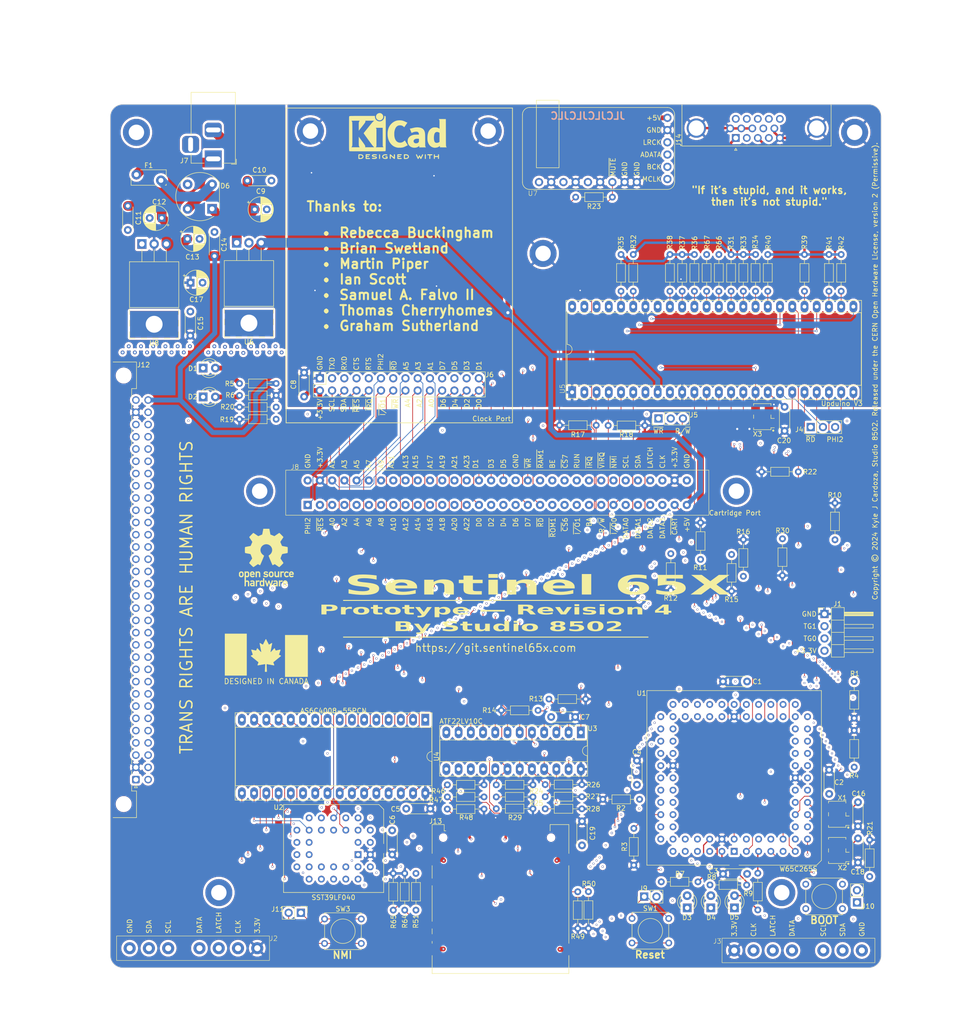
<source format=kicad_pcb>
(kicad_pcb
	(version 20240108)
	(generator "pcbnew")
	(generator_version "8.0")
	(general
		(thickness 1.6)
		(legacy_teardrops no)
	)
	(paper "A3")
	(layers
		(0 "F.Cu" signal "F.Cu (SMD)")
		(1 "In1.Cu" power "In1.Cu (GND)")
		(2 "In2.Cu" signal "In2.Cu (N-S)")
		(31 "B.Cu" signal "B.Cu (MISC)")
		(32 "B.Adhes" user "B.Adhesive")
		(33 "F.Adhes" user "F.Adhesive")
		(34 "B.Paste" user)
		(35 "F.Paste" user)
		(36 "B.SilkS" user "B.Silkscreen")
		(37 "F.SilkS" user "F.Silkscreen")
		(38 "B.Mask" user)
		(39 "F.Mask" user)
		(40 "Dwgs.User" user "User.Drawings")
		(41 "Cmts.User" user "User.Comments")
		(42 "Eco1.User" user "User.Eco1")
		(43 "Eco2.User" user "User.Eco2")
		(44 "Edge.Cuts" user)
		(45 "Margin" user)
		(46 "B.CrtYd" user "B.Courtyard")
		(47 "F.CrtYd" user "F.Courtyard")
		(48 "B.Fab" user)
		(49 "F.Fab" user)
		(50 "User.1" user)
		(51 "User.2" user)
		(52 "User.3" user)
		(53 "User.4" user)
		(54 "User.5" user)
		(55 "User.6" user)
		(56 "User.7" user)
		(57 "User.8" user)
		(58 "User.9" user)
	)
	(setup
		(stackup
			(layer "F.SilkS"
				(type "Top Silk Screen")
				(color "White")
			)
			(layer "F.Paste"
				(type "Top Solder Paste")
			)
			(layer "F.Mask"
				(type "Top Solder Mask")
				(color "Green")
				(thickness 0.01)
			)
			(layer "F.Cu"
				(type "copper")
				(thickness 0.035)
			)
			(layer "dielectric 1"
				(type "prepreg")
				(thickness 0.1)
				(material "FR4")
				(epsilon_r 4.5)
				(loss_tangent 0.02)
			)
			(layer "In1.Cu"
				(type "copper")
				(thickness 0.035)
			)
			(layer "dielectric 2"
				(type "core")
				(thickness 1.24)
				(material "FR4")
				(epsilon_r 4.5)
				(loss_tangent 0.02)
			)
			(layer "In2.Cu"
				(type "copper")
				(thickness 0.035)
			)
			(layer "dielectric 3"
				(type "prepreg")
				(thickness 0.1)
				(material "FR4")
				(epsilon_r 4.5)
				(loss_tangent 0.02)
			)
			(layer "B.Cu"
				(type "copper")
				(thickness 0.035)
			)
			(layer "B.Mask"
				(type "Bottom Solder Mask")
				(color "Green")
				(thickness 0.01)
			)
			(layer "B.Paste"
				(type "Bottom Solder Paste")
			)
			(layer "B.SilkS"
				(type "Bottom Silk Screen")
				(color "White")
			)
			(copper_finish "None")
			(dielectric_constraints no)
		)
		(pad_to_mask_clearance 0)
		(allow_soldermask_bridges_in_footprints no)
		(grid_origin 123.070534 52.442679)
		(pcbplotparams
			(layerselection 0x00010fc_ffffffff)
			(plot_on_all_layers_selection 0x0000000_00000000)
			(disableapertmacros no)
			(usegerberextensions no)
			(usegerberattributes yes)
			(usegerberadvancedattributes yes)
			(creategerberjobfile yes)
			(dashed_line_dash_ratio 12.000000)
			(dashed_line_gap_ratio 3.000000)
			(svgprecision 4)
			(plotframeref no)
			(viasonmask no)
			(mode 1)
			(useauxorigin no)
			(hpglpennumber 1)
			(hpglpenspeed 20)
			(hpglpendiameter 15.000000)
			(pdf_front_fp_property_popups yes)
			(pdf_back_fp_property_popups yes)
			(dxfpolygonmode yes)
			(dxfimperialunits yes)
			(dxfusepcbnewfont yes)
			(psnegative no)
			(psa4output no)
			(plotreference yes)
			(plotvalue yes)
			(plotfptext yes)
			(plotinvisibletext no)
			(sketchpadsonfab no)
			(subtractmaskfromsilk no)
			(outputformat 1)
			(mirror no)
			(drillshape 0)
			(scaleselection 1)
			(outputdirectory "production/")
		)
	)
	(net 0 "")
	(net 1 "GND")
	(net 2 "+3.3V")
	(net 3 "/A1")
	(net 4 "/A3")
	(net 5 "/A5")
	(net 6 "/A7")
	(net 7 "/A9")
	(net 8 "/A11")
	(net 9 "/A13")
	(net 10 "/A15")
	(net 11 "/A17")
	(net 12 "/A19")
	(net 13 "/A21")
	(net 14 "/A23")
	(net 15 "/D1")
	(net 16 "/D3")
	(net 17 "/D5")
	(net 18 "/~{WR}")
	(net 19 "/BE")
	(net 20 "/RUN")
	(net 21 "/~{IRQ}")
	(net 22 "/~{VIRQ}")
	(net 23 "/~{NMI}")
	(net 24 "/I2C_SCL")
	(net 25 "/I2C_SDA")
	(net 26 "/SNES_LATCH")
	(net 27 "/SNES_CLK")
	(net 28 "/PHI2")
	(net 29 "/~{RES}")
	(net 30 "/A0")
	(net 31 "/A2")
	(net 32 "/A4")
	(net 33 "/A6")
	(net 34 "/A8")
	(net 35 "/A10")
	(net 36 "/A12")
	(net 37 "/A14")
	(net 38 "/A16")
	(net 39 "/A18")
	(net 40 "/A20")
	(net 41 "/A22")
	(net 42 "/D0")
	(net 43 "/D2")
	(net 44 "/D4")
	(net 45 "/D6")
	(net 46 "/D7")
	(net 47 "/~{RD}")
	(net 48 "/~{CS}6")
	(net 49 "/~{I{slash}O}1")
	(net 50 "/BA")
	(net 51 "/R{slash}~{W}")
	(net 52 "/~{I{slash}O}0")
	(net 53 "/SNES_DATA0")
	(net 54 "/SNES_DATA1")
	(net 55 "/SNES_DATA2")
	(net 56 "/SNES_DATA3")
	(net 57 "/MOSI")
	(net 58 "/RTS")
	(net 59 "/CTS")
	(net 60 "/BL1")
	(net 61 "/~{BOOT_SEL}")
	(net 62 "/RXD")
	(net 63 "/TXD")
	(net 64 "/FCLK")
	(net 65 "/CLK")
	(net 66 "/SCK")
	(net 67 "/~{CS}4")
	(net 68 "/~{CS}5")
	(net 69 "/~{CS}7")
	(net 70 "/~{FPGA_RESET}")
	(net 71 "/CDONE")
	(net 72 "/MISO")
	(net 73 "/~{SD_SS}")
	(net 74 "/~{ROM}0")
	(net 75 "/~{RAM}0")
	(net 76 "Net-(D1-A)")
	(net 77 "Net-(D3-A)")
	(net 78 "/~{RAM}1")
	(net 79 "/~{ROM}1")
	(net 80 "/VERA_18")
	(net 81 "+5V")
	(net 82 "/SYSCLK")
	(net 83 "/R0")
	(net 84 "/R2")
	(net 85 "/R1")
	(net 86 "/G0")
	(net 87 "/R3")
	(net 88 "/G2")
	(net 89 "/G1")
	(net 90 "/B0")
	(net 91 "/G3")
	(net 92 "/B2")
	(net 93 "/B1")
	(net 94 "/HSYNC")
	(net 95 "/B3")
	(net 96 "/VSYNC")
	(net 97 "/BCK")
	(net 98 "/ADATA")
	(net 99 "/LRCK")
	(net 100 "/BLUE")
	(net 101 "/GREEN")
	(net 102 "/RED")
	(net 103 "Net-(D2-A)")
	(net 104 "Net-(D4-A)")
	(net 105 "Net-(D5-A)")
	(net 106 "/BL2")
	(net 107 "/BL3")
	(net 108 "/VERA_7")
	(net 109 "Net-(D6-+)")
	(net 110 "unconnected-(J7-MountPin-Pad3)")
	(net 111 "unconnected-(J12-Pin_b31-Padb31)")
	(net 112 "Net-(J13-DAT1)")
	(net 113 "Net-(J13-DAT2)")
	(net 114 "unconnected-(J14-Pad11)")
	(net 115 "unconnected-(J14-Pad4)")
	(net 116 "unconnected-(J14-Pad15)")
	(net 117 "unconnected-(J14-Pad9)")
	(net 118 "unconnected-(U1A-~{FCLKO}-Pad15)")
	(net 119 "unconnected-(U1A-RUN-Pad14)")
	(net 120 "unconnected-(U1A-BA-Pad21)")
	(net 121 "unconnected-(U1A-~{CLKO}-Pad19)")
	(net 122 "unconnected-(U5-+3.3V-Pad9)")
	(net 123 "unconnected-(U5-FLASH_MISO-Pad45)")
	(net 124 "unconnected-(U5-CLK_12M_EXT-Pad41)")
	(net 125 "unconnected-(U5-FT_SCK-Pad47)")
	(net 126 "unconnected-(U5-~{FT_SS}-Pad48)")
	(net 127 "unconnected-(U5-FLASH_MOSI-Pad46)")
	(net 128 "unconnected-(U5-VIO-Pad2)")
	(net 129 "unconnected-(J14-Pad12)")
	(net 130 "unconnected-(U3-IN-Pad13)")
	(net 131 "unconnected-(U3-I{slash}O-Pad16)")
	(net 132 "unconnected-(U3-I{slash}O-Pad15)")
	(net 133 "unconnected-(U3-I{slash}O-Pad17)")
	(net 134 "unconnected-(U3-I{slash}O-Pad14)")
	(net 135 "unconnected-(U7-A3V3-Pad11)")
	(net 136 "unconnected-(U7-ROUT-Pad9)")
	(net 137 "/~{CART}")
	(net 138 "/~{SD_WP}")
	(net 139 "/~{SD_CD}")
	(net 140 "unconnected-(U7-LOUT-Pad7)")
	(net 141 "/~{MUTE}")
	(net 142 "/TG0")
	(net 143 "/TG1")
	(net 144 "Net-(D6-Pad4)")
	(net 145 "Net-(D6-Pad2)")
	(net 146 "Net-(F1-Pad1)")
	(net 147 "Net-(J14-Pad13)")
	(net 148 "Net-(J14-Pad14)")
	(footprint "Resistor_THT:R_Axial_DIN0204_L3.6mm_D1.6mm_P7.62mm_Horizontal" (layer "F.Cu") (at 218.023531 149.586827 90))
	(footprint "Resistor_THT:R_Axial_DIN0204_L3.6mm_D1.6mm_P7.62mm_Horizontal" (layer "F.Cu") (at 156.55 197.875))
	(footprint "Capacitor_THT:C_Disc_D4.3mm_W1.9mm_P5.00mm" (layer "F.Cu") (at 195.918531 187.826827 -90))
	(footprint "Resistor_THT:R_Axial_DIN0204_L3.6mm_D1.6mm_P7.62mm_Horizontal" (layer "F.Cu") (at 207.855852 82.822679 -90))
	(footprint "Resistor_THT:R_Axial_DIN0204_L3.6mm_D1.6mm_P7.62mm_Horizontal" (layer "F.Cu") (at 202.775852 82.822679 -90))
	(footprint "Capacitor_THT:C_Disc_D4.3mm_W1.9mm_P5.00mm" (layer "F.Cu") (at 241.828173 208.96 90))
	(footprint "Resistor_THT:R_Axial_DIN0204_L3.6mm_D1.6mm_P7.62mm_Horizontal" (layer "F.Cu") (at 229.434306 127.897878 180))
	(footprint "Resistor_THT:R_Axial_DIN0204_L3.6mm_D1.6mm_P7.62mm_Horizontal" (layer "F.Cu") (at 188.846198 195.85349))
	(footprint "Symbol:OSHW-Logo_11.4x12mm_SilkScreen" (layer "F.Cu") (at 118.942135 145.687679))
	(footprint "Resistor_THT:R_Axial_DIN0204_L3.6mm_D1.6mm_P7.62mm_Horizontal" (layer "F.Cu") (at 210.395852 82.822679 -90))
	(footprint "Capacitor_THT:C_Disc_D4.3mm_W1.9mm_P5.00mm" (layer "F.Cu") (at 184.518267 200.4066 -90))
	(footprint "Resistor_THT:R_Axial_DIN0204_L3.6mm_D1.6mm_P7.62mm_Horizontal" (layer "F.Cu") (at 175.381704 177.395358 180))
	(footprint "Connector:SNES Controller Port (Female, 90º, THT)" (layer "F.Cu") (at 101.832102 226.745 180))
	(footprint "Capacitor_THT:C_Disc_D4.3mm_W1.9mm_P5.00mm" (layer "F.Cu") (at 90.193531 72.741827 -90))
	(footprint "Connector_PinHeader_2.54mm:PinHeader_1x04_P2.54mm_Horizontal" (layer "F.Cu") (at 234.87 157.4))
	(footprint "Capacitor_THT:C_Disc_D4.3mm_W1.9mm_P5.00mm" (layer "F.Cu") (at 226.588173 119.423531 90))
	(footprint "Connector_Card:SD_Hirose_DM1AA_SF_PEJ82" (layer "F.Cu") (at 167.589126 216.546139))
	(footprint "Connector_BarrelJack:BarrelJack_Horizontal" (layer "F.Cu") (at 107.928531 62.981827 -90))
	(footprint "MountingHole:MountingHole_3.2mm_M3_DIN965_Pad" (layer "F.Cu") (at 128.117172 57.207679))
	(footprint "Resistor_THT:R_Axial_DIN0204_L3.6mm_D1.6mm_P7.62mm_Horizontal" (layer "F.Cu") (at 166.71 195.36))
	(footprint "Capacitor_THT:C_Disc_D4.3mm_W1.9mm_P5.00mm" (layer "F.Cu") (at 241.828173 201.453531 90))
	(footprint "Capacitor_THT:C_Disc_D4.3mm_W1.9mm_P5.00mm" (layer "F.Cu") (at 103.177518 99.659624 90))
	(footprint "Connector_PinHeader_2.54mm:PinHeader_1x02_P2.54mm_Vertical" (layer "F.Cu") (at 241.623621 217.254071 180))
	(footprint "Oscillator:Oscillator_SMD_EuroQuartz_XO53-4Pin_5.0x3.2mm_HandSoldering" (layer "F.Cu") (at 221.955852 116.463392 90))
	(footprint "Connector_DIN:DIN41612_Q_2x32_Female_Horizontal_THT"
		(layer "F.Cu")
		(uuid "4796905e-545d-47e7-ab3c-4a0391ef238b")
		(at 91.870035 191.757726 90)
		(descr "DIN41612 connector, type Q, Horizontal, 2 rows 32 pins wide, https://www.erni-x-press.com/de/downloads/kataloge/englische_kataloge/erni-din41612-iec60603-2-e.pdf")
		(tags "DIN 41612 IEC 60603 Q")
		(property "Reference" "J12"
			(at 86.035275 1.575998 180)
			(layer "F.SilkS")
			(uuid "3147520f-efe1-47e3-83c3-f1cbfa6f40da")
			(effects
				(font
					(size 1 1)
					(thickness 0.15)
				)
			)
		)
		(property "Value" "2x32 2.54mm Card Edge Connector"
			(at 39.37 5.08 90)
			(layer "F.Fab")
			(uuid "460ab21f-55ac-4006-88f6-2a4fcd5f48d4")
			(effects
				(font
					(size 1 1)
					(thickness 0.15)
				)
			)
		)
		(property "Footprint" "Connector_DIN:DIN41612_Q_2x32_Female_Horizontal_THT"
			(at 0 0 90)
			(unlocked yes)
			(layer "F.Fab")
			(hide yes)
			(uuid "68b91694-c84d-416f-8be9-4d102803f0a5")
			(effects
				(font
					(size 1.27 1.27)
				)
			)
		)
		(property "Datasheet" ""
			(at 0 0 90)
			(unlocked yes)
			(layer "F.Fab")
			(hide yes)
			(uuid "a5472bb5-8749-4a9c-a9fc-6ef21a2866c8")
			(effects
				(font
					(size 1.27 1.27)
				)
			)
		)
		(property "Description" ""
			(at 0 0 90)
			(unlocked yes)
			(layer "F.Fab")
			(hide yes)
			(uuid "b8541c19-48a0-4b35-ab92-b95b147f1475")
			(effects
				(font
					(size 1.27 1.27)
				)
			)
		)
		(property ki_fp_filters "Connector*:*_2x??_*")
		(path "/4681393f-742b-42eb-929f-821923816de7")
		(sheetname "Root")
		(sheetfile "Prototype 4 (PTH).kicad_sch")
		(attr through_hole exclude_from_bom)
		(fp_line
			(start 86.63 -4.74)
			(end 86.63 0.12)
			(stroke
				(width 0.12)
				(type solid)
			)
			(layer "F.SilkS")
			(uuid "e37bfdbe-aa4e-4e7a-b38c-4084bd7aa22b")
		)
		(fp_line
			(start -7.89 -4.74)
			(end -7.89 0.12)
			(stroke
				(width 0.12)
				(type solid)
			)
			(layer "F.SilkS")
			(uuid "9a11338f-9221-4ff0-b08b-cb3fdd09c15c")
		)
		(fp_line
			(start 79.48 -0.88)
			(end 81.11 -0.88)
			(stroke
				(width 0.12)
				(type solid)
			)
			(layer "F.SilkS")
			(uuid "a8f5956e-cb54-4e72-be0c-1173d4e57dd0")
		)
		(fp_line
			(start 76.94 -0.88)
			(end 78.001 -0.88)
			(stroke
				(width 0.12)
				(type solid)
			)
			(layer "F.SilkS")
			(uuid "c7d771dc-4f4a-43af-bb90-a41b477b51b5")
		)
		(fp_line
			(start 74.4 -0.88)
			(end 75.461 -0.88)
			(stroke
				(width 0.12)
				(type solid)
			)
			(layer "F.SilkS")
			(uuid "b93afc94-c560-4a43-8f70-1f2b7ebeca0b")
		)
		(fp_line
			(start 71.86 -0.88)
			(end 72.921 -0.88)
			(stroke
				(width 0.12)
				(type solid)
			)
			(layer "F.SilkS")
			(uuid "b82bd271-e7ec-4b75-9c96-486950168262")
		)
		(fp_line
			(start 69.32 -0.88)
			(end 70.381 -0.88)
			(stroke
				(width 0.12)
				(type solid)
			)
			(layer "F.SilkS")
			(uuid "1e7bd1cd-7cc4-47bb-8f68-12c1e7e5d43f")
		)
		(fp_line
			(start 66.78 -0.88)
			(end 67.841 -0.88)
			(stroke
				(width 0.12)
				(type solid)
			)
			(layer "F.SilkS")
			(uuid "5991fe22-b272-4730-8e8b-f9c13b45f09d")
		)
		(fp_line
			(start 64.24 -0.88)
			(end 65.301 -0.88)
			(stroke
				(width 0.12)
				(type solid)
			)
			(layer "F.SilkS")
			(uuid "eaa8f3fc-efe6-408a-ba21-62fe624f950c")
		)
		(fp_line
			(start 61.7 -0.88)
			(end 62.761 -0.88)
			(stroke
				(width 0.12)
				(type solid)
			)
			(layer "F.SilkS")
			(uuid "bd3e0d16-6c41-4ef7-9098-e736cd66e7cb")
		)
		(fp_line
			(start 59.16 -0.88)
			(end 60.221 -0.88)
			(stroke
				(width 0.12)
				(type solid)
			)
			(layer "F.SilkS")
			(uuid "b6b58201-5667-496b-97e8-207e01d90c32")
		)
		(fp_line
			(start 56.62 -0.88)
			(end 57.681 -0.88)
			(stroke
				(width 0.12)
				(type solid)
			)
			(layer "F.SilkS")
			(uuid "63fc2212-d4cb-455a-9a45-f0534e22a748")
		)
		(fp_line
			(start 54.08 -0.88)
			(end 55.141 -0.88)
			(stroke
				(width 0.12)
				(type solid)
			)
			(layer "F.SilkS")
			(uuid "4f470925-3942-4bcf-8b70-918205bb2657")
		)
		(fp_line
			(start 51.54 -0.88)
			(end 52.601 -0.88)
			(stroke
				(width 0.12)
				(type solid)
			)
			(layer "F.SilkS")
			(uuid "428a7cb4-cf53-4442-90e7-3eb48fe2ada7")
		)
		(fp_line
			(start 49 -0.88)
			(end 50.061 -0.88)
			(stroke
				(width 0.12)
				(type solid)
			)
			(layer "F.SilkS")
			(uuid "ca9bab21-2283-439c-81d9-abb80a57487e")
		)
		(fp_line
			(start 46.46 -0.88)
			(end 47.521 -0.88)
			(stroke
				(width 0.12)
				(type solid)
			)
			(layer "F.SilkS")
			(uuid "f4747bc9-766c-42ac-a57a-840c33a83526")
		)
		(fp_line
			(start 43.92 -0.88)
			(end 44.981 -0.88)
			(stroke
				(width 0.12)
				(type solid)
			)
			(layer "F.SilkS")
			(uuid "153079a4-7c0e-472a-bdb4-f246130071ff")
		)
		(fp_line
			(start 41.38 -0.88)
			(end 42.441 -0.88)
			(stroke
				(width 0.12)
				(type solid)
			)
			(layer "F.SilkS")
			(uuid "13043880-ab7a-4f11-aee2-5fe5129379b6")
		)
		(fp_line
			(start 38.84 -0.88)
			(end 39.901 -0.88)
			(stroke
				(width 0.12)
				(type solid)
			)
			(layer "F.SilkS")
			(uuid "59e1ae9e-9138-4ef4-a94f-23211b0b6c04")
		)
		(fp_line
			(start 36.3 -0.88)
			(end 37.361 -0.88)
			(stroke
				(width 0.12)
				(type solid)
			)
			(layer "F.SilkS")
			(uuid "6d7808c5-092d-4537-8129-ff5e054b5e1b")
		)
		(fp_line
			(start 33.76 -0.88)
			(end 34.821 -0.88)
			(stroke
				(width 0.12)
				(type solid)
			)
			(layer "F.SilkS")
			(uuid "165ead0c-e983-4065-8275-b820538d1d0e")
		)
		(fp_line
			(start 31.22 -0.88)
			(end 32.281 -0.88)
			(stroke
				(width 0.12)
				(type solid)
			)
			(layer "F.SilkS")
			(uuid "21c0ecf0-3cef-4285-afdb-bfe875b62ca2")
		)
		(fp_line
			(start 28.68 -0.88)
			(end 29.741 -0.88)
			(stroke
				(width 0.12)
				(type solid)
			)
			(layer "F.SilkS")
			(uuid "6b4c2ef8-2be8-4712-aed1-ca0a5146b3c6")
		)
		(fp_line
			(start 26.14 -0.88)
			(end 27.201 -0.88)
			(stroke
				(width 0.12)
				(type solid)
			)
			(layer "F.SilkS")
			(uuid "99d5b90f-c589-43fc-90a7-9ebb015452c4")
		)
		(fp_line
			(start 23.6 -0.88)
			(end 24.661 -0.88)
			(stroke
				(width 0.12)
				(type solid)
			)
			(layer "F.SilkS")
			(uuid "310e7125-fdea-47fa-95dd-409c530131b1")
		)
		(fp_line
			(start 21.06 -0.88)
			(end 22.121 -0.88)
			(stroke
				(width 0.12)
				(type solid)
			)
			(layer "F.SilkS")
			(uuid "0a312960-4e97-4a6e-a109-263cf849ae87")
		)
		(fp_line
			(start 18.52 -0.88)
			(end 19.581 -0.88)
			(stroke
				(width 0.12)
				(type solid)
			)
			(layer "F.SilkS")
			(uuid "15f3ecbe-0e26-484f-bfde-7c122ccf50e5")
		)
		(fp_line
			(start 15.98 -0.88)
			(end 17.041 -0.88)
			(stroke
				(width 0.12)
				(type solid)
			)
			(layer "F.SilkS")
			(uuid "00c8c7bf-d724-4f17-ae64-36370505aa84")
		)
		(fp_line
			(start 13.44 -0.88)
			(end 14.501 -0.88)
			(stroke
				(width 0.12)
				(type solid)
			)
			(layer "F.SilkS")
			(uuid "4b8b8d2b-3acd-47f3-91f8-33624928e597")
		)
		(fp_line
			(start 10.9 -0.88)
			(end 11.961 -0.88)
			(stroke
				(width 0.12)
				(type solid)
			)
			(layer "F.SilkS")
			(uuid "5739cbd1-b417-4418-9ae3-79dd21919146")
		)
		(fp_line
			(start 8.36 -0.88)
			(end 9.421 -0.88)
			(stroke
				(width 0.12)
				(type solid)
			)
			(layer "F.SilkS")
			(uuid "dfb1be9b-6235-4c7f-9909-4204ec5a7909")
		)
		(fp_line
			(start 5.82 -0.88)
			(end 6.881 -0.88)
			(stroke
				(width 0.12)
				(type solid)
			)
			(layer "F.SilkS")
			(uuid "cc7cb10c-392f-436d-ad86-dbb1de4eaa44")
		)
		(fp_line
			(start 3.28 -0.88)
			(end 4.341 -0.88)
			(stroke
				(width 0.12)
				(type solid)
			)
			(layer "F.SilkS")
			(uuid "7668026d-57d6-454c-9849-4d1b10728812")
		)
		(fp_line
			(start 1.095 -0.88)
			(end 1.801 -0.88)
			(stroke
				(width 0.12)
				(type solid)
			)
			(layer "F.SilkS")
			(uuid "eae06709-634d-4934-bf7f-eeee23dbe72e")
		)
		(fp_line
			(start -2.371 -0.88)
			(end -1.095 -0.88)
			(stroke
				(width 0.12)
				(type solid)
			)
			(layer "F.SilkS")
			(uuid "c553fa5f-b93d-4b3e-9050-0eaacdb56e5d")
		)
		(fp_line
			(start -1.695 -0.3)
			(end -1.695 0.3)
			(stroke
				(width 0.12)
				(type solid)
			)
			(layer "F.SilkS")
			(uuid "9d553236-9264-4420-9fdd-c999c1bbc1f2")
		)
		(fp_line
			(start -1.095 0)
			(end -1.695 -0.3)
			(stroke
				(width 0.12)
				(type solid)
			)
			(layer "F.SilkS")
			(uuid "05ee797a-5816-4a83-8976-de64683f0a4a")
		)
		(fp_line
			(start 86.63 0.12)
			(end 81.11 0.12)
			(stroke
				(width 0.12)
				(type solid)
			)
			(layer "F.SilkS")
			(uuid "e521e747-6226-48e7-87c8-615a2f7dc7fd")
		)
		(fp_line
			(start 81.11 0.12)
			(end 81.11 -0.88)
			(stroke
				(width 0.12)
				(type solid)
			)
			(layer "F.SilkS")
			(uuid "2b3769c8-ad86-4991-a496-3a2461e09e0a")
		)
		(fp_line
			(start -2.37 0.12)
			(end -2.37 -0.88)
			(stroke
				(width 0.12)
				(type solid)
			)
			(layer "F.SilkS")
			(uuid "3c189594-2d59-44d3-9762-2af6e530ebd1")
		)
		(fp_line
			(start -7.89 0.12)
			(end -2.37 0.12)
			(stroke
				(width 0.12)
				(type solid)
			)
			(layer "F.SilkS")
			(uuid "b74117f4-b35b-4e2e-8039-5616ac102d34")
		)
		(fp_line
			(start -1.695 0.3)
			(end -1.095 0)
			(stroke
				(width 0.12)
				(type solid)
			)
			(layer "F.SilkS")
			(uuid "3adb8fe0-fd50-4e63-a537-ea7f93227d38")
		)
		(fp_line
			(start -7.63 -5.3)
			(end 86.37 -5.3)
			(stroke
				(width 0.08)
				(type solid)
			)
			(layer "Dwgs.User")
			(uuid "01d4773a-e5ab-4b90-86df-7724416afb4e")
		)
		(fp_line
			(start 39.17 -5.9)
			(end 39.37 -5.4)
			(stroke
				(width 0.1)
				(type solid)
			)
			(layer "Cmts.User")
			(uuid "c11294b0-6452-455a-9e73-b24b81dc232a")
		)
		(fp_line
			(start 39.37 -5.4)
			(end 39.37 -6.7)
			(stroke
				(width 0.1)
				(type solid)
			)
			(layer "Cmts.User")
			(uuid "f0ef1bc5-54e8-4a8f-bac5-b86b9b3eef09")
		)
		(fp_line
			(start 39.37 -5.4)
			(end 39.57 -5.9)
			(stroke
				(width 0.1)
				(type solid)
			)
			(layer "Cmts.User")
			(uuid "6d810a53-ce8d-4ec8-b6db-eeff04c92f07")
		)
		(fp_line
			(start 86.87 -13.23)
			(end -8.13 -13.23)
			(stroke
				(width 0.05)
				(type solid)
			)
			(layer "F.CrtYd")
			(uuid "6d5e5cc6-12a2-407c-ab3f-c21df615bcc9")
		)
		(fp_line
			(start -8.13 -13.23)
			(end -8.13 0.37)
			(stroke
				(width 0.05)
				(type solid)
			)
			(layer "F.CrtYd")
			(uuid "ae86f865-f12e-4a82-b568-2c5c54a4c9a7")
		)
		(fp_line
			(start 86.87 0.37)
			(end 86.87 -13.23)
			(stroke
				(width 0.05)
				(type solid)
			)
			(layer "F.CrtYd")
			(uuid "a401a59d-8df3-426e-b78a-65fa1901ecc8")
		)
		(fp_line
			(start 80.02 0.37)
			(end 86.87 0.37)
			(stroke
				(width 0.05)
				(type solid)
			)
			(layer "F.CrtYd")
			(uuid "ae76c34b-7004-477a-a1d3-3d03405947b3")
		)
		(fp_line
			(start -1.27 0.37)
			(end -1.27 3.82)
			(stroke
				(width 0.05)
				(type solid)
			)
			(layer "F.CrtYd")
			(uuid "e403e15b-e0c1-4fad-91ba-6620508eaf51")
		)
		(fp_line
			(start -8.13 0.37)
			(end -1.27 0.37)
			(stroke
				(width 0.05)
				(type solid)
			)
			(layer "F.CrtYd")
			(uuid "bdcebc08-9438-4896-bc18-2cfd903feef6")
		)
		(fp_line
			(start 80.02 3.82)
			(end 80.02 0.37)
			(stroke
				(width 0.05)
				(type solid)
			)
			(layer "F.CrtYd")
			(uuid "3e114955-cf8f-42dc-b2ba-f1ee168c9281")
		)
		(fp_line
			(start -1.27 3.82)
			(end 80.02 3.82)
			(stroke
				(width 0.05)
				(type solid)
			)
			(layer "F.CrtYd")
			(uuid "818444f8-5a4d-4c8f-9239-be44b60f1f17")
		)
		(fp_line
			(start 83.12 -12.74)
			(end -4.38 -12.74)
			(stroke
				(width 0.1)
				(type solid)
			)
			(layer "F.Fab")
			(uuid "f56fccbf-b980-4922-bb7a-da7b0946fd55")
		)
		(fp_line
			(start -4.38 -12.74)
			(end -4.38 -6.74)
			(stroke
				(width 0.1)
				(type solid)
			)
			(layer "F.Fab")
			(uuid "793323a6-cf22-4daf-8755-2f8f3011e990")
		)
		(fp_line
			(start 86.37 -6.74)
			(end 83.12 -6.74)
			(stroke
				(width 0.1)
				(type solid)
			)
			(layer "F.Fab")
			(uuid "aae55c40-0450-4d0c-a378-4690ee3a0959")
		)
		(fp_line
			(start 83.12 -6.74)
			(end 83.12 -12.74)
			(stroke
				(width 0.1)
				(type solid)
			)
			(layer "F.Fab")
			(uuid "ea973c53-f7f3-41e5-9f6c-939a0e4acefb")
		)
		(fp_line
			(start -4.38 -6.74)
			(end -7.63 -6.74)
			(stroke
				(width 0.1)
				(type solid)
			)
			(layer "F.Fab")
			(uuid "4f5fc12d-1ae4-4539-95f3-eca0a92fddca")
		)
		(fp_line
			(start -7.63 -6.74)
			(end -7.63 -0.14)
			(stroke
				(width 0.1)
				(type solid)
			)
			(layer "F.Fab")
			(uuid "3a0db69c-3f14-4200-8b2b-e4d68deef3d1")
		)
		(fp_line
			(start 0.5 -2.04)
			(end 0 -1.34)
			(stroke
				(width 0.1)
				(type solid)
			)
			(layer "F.Fab")
			(uuid "b90edce4-dbf7-489e-ab0e-a6f0f8bb7591")
		)
		(fp_line
			(start -0.5 -2.04)
			(end 0.5 -2.04)
			(stroke
				(width 0.1)
				(type solid)
			)
			(layer "F.Fab")
			(uuid "bf39c712-9129-444c-9dde-c1304cfd853c")
		)
		(fp_line
			(start 0 -1.34)
			(end -0.5 -2.04)
			(stroke
				(width 0.1)
				(type solid)
			)
			(layer "F.Fab")
			(uuid "53f3ed1c-1de9-46fa-9099-4ddfc96e7e3b")
		)
		(fp_line
			(start 81.37 -1.14)
			(end 81.37 -0.14)
			(stroke
				(width 0.1)
				(type solid)
			)
			(layer "F.Fab")
			(uuid "44ea264a-484e-45ae-8b8d-ece22adbfb9b")
		)
		(fp_line
			(start -2.63 -1.14)
			(end 81.37 -1.14)
			(stroke
				(width 0.1)
				(type solid)
			)
			(layer "F.Fab")
			(uuid "569739db-6dab-4071-a2b5-617dd29ce745")
		)
		(fp_line
			(start 86.37 -0.14)
			(end 86.37 -6.74)
			(stroke
				(width 0.1)
				(type solid)
			)
			(layer "F.Fab")
			(uuid "c3d11073-ebfc-4c36-ae1e-669928ee98d8")
		)
		(fp_line
			(start 81.37 -0.14)
			(end 86.37 -0.14)
			(stroke
				(width 0.1)
				(type solid)
			)
			(layer "F.Fab")
			(uuid "8fc77ef0-36ed-41a4-a2dc-f4d9d0385365")
		)
		(fp_line
			(start -2.63 -0.14)
			(end -2.63 -1.14)
			(stroke
				(width 0.1)
				(type solid)
			)
			(layer "F.Fab")
			(uuid "315a0838-fabf-480b-80bc-28303e309f3d")
		)
		(fp_line
			(start -7.63 -0.14)
			(end -2.63 -0.14)
			(stroke
				(width 0.1)
				(type solid)
			)
			(layer "F.Fab")
			(uuid "7d920841-39e6-4de4-a77e-c55a73aadc89")
		)
		(fp_text user "Board edge"
			(at 39.37 -7.3 90)
			(layer "Cmts.User")
			(uuid "0bbed01b-54e9-408e-bdc9-4bc5007b399e")
			(effects
				(font
					(size 0.7 0.7)
					(thickness 0.1)
				)
			)
		)
		(fp_text user "${REFERENCE}"
			(at 39.37 -2.54 90)
			(layer "F.Fab")
			(uuid "dbaf2fbb-e03b-407c-9582-2f7df9a5bfbe")
			(effects
				(font
					(size 1 1)
					(thickness 0.15)
				)
			)
		)
		(pad "" np_thru_hole circle
			(at -5.08 -2.54 90)
			(size 2.85 2.85)
			(drill 2.85)
			(layers "*.Cu" "*.Mask")
			(uuid "4bf94aad-3f8a-484b-8a8a-92bec71d1cf0")
		)
		(pad "" np_thru_hole circle
			(at 83.82 -2.54 90)
			(size 2.85 2.85)
			(drill 2.85)
			(layers "*.Cu" "*.Mask")
			(uuid "fdc44e25-182a-413a-b071-dc01ec0b62d0")
		)
		(pad "a1" thru_hole roundrect
			(at 0 0 90)
			(size 1.55 1.55)
			(drill 1)
			(layers "*.Cu" "*.Mask")
			(remove_unused_layers no)
			(roundrect_rratio 0.16129)
			(net 1 "GND")
			(pinfunction "Pin_a1")
			(pintype "passive")
			(uuid "b6a27308-e759-4291-b18c-305f8fee13ea")
		)
		(pad "a2" thru_hole circle
			(at 2.54 0 90)
			(size 1.55 1.55)
			(drill 1)
			(layers "*.Cu" "*.Mask")
			(remove_unused_layers no)
			(net 2 "+3.3V")
			(pinfunction "Pin_a2")
			(pintype "passive")
			(uuid "9415aa9f-b803-4eea-94fe-2eb4c38718c1")
		)
		(pad "a3" thru_hole circle
			(at 5.08 0 90)
			(size 1.55 1.55)
			(drill 1)
			(layers "*.Cu" "*.Mask")
			(remove_unused_layers no)
			(net 3 "/A1")
			(pinfunction "Pin_a3")
			(pintype "passive")
			(uuid "744759c2-4fa2-4ea3-a14a-0ab8a34c3e74")
		)
		(pad "a4" thru_hole circle
			(at 7.62 0 90)
			(size 1.55 1.55)
			(drill 1)
			(layers "*.Cu" "*.Mask")
			(remove_unused_layers no)
			(net 4 "/A3")
			(pinfunction "Pin_a4")
			(pintype "passive")
			(uuid "567a3b6c-5f98-437e-8c94-92a75519b790")
		)
		(pad "a5" thru_hole circle
			(at 10.16 0 90)
			(size 1.55 1.55)
			(drill 1)
			(layers "*.Cu" "*.Mask")
			(remove_unused_layers no)
			(net 5 "/A5")
			(pinfunction "Pin_a5")
			(pintype "passive")
			(uuid "7fa3b9aa-6933-46ac-8e49-a10d7185bea6")
		)
		(pad "a6" thru_hole circle
			(at 12.7 0 90)
			(size 1.55 1.55)
			(drill 1)
			(layers "*.Cu" "*.Mask")
			(remove_unused_layers no)
			(net 6 "/A7")
			(pinfunction "Pin_a6")
			(pintype "passive")
			(uuid "4978d0e0-b16d-457a-890d-79b4090414bd")
		)
		(pad "a7" thru_hole circle
			(at 15.24 0 90)
			(size 1.55 1.55)
			(drill 1)
			(layers "*.Cu" "*.Mask")
			(remove_unused_layers no)
			(net 7 "/A9")
			(pinfunction "Pin_a7")
			(pintype "passive")
			(uuid "a94f672e-4bfd-44e5-a614-9110cb7e239a")
		)
		(pad "a8" thru_hole circle
			(at 17.78 0 90)
			(size 1.55 1.55)
			(drill 1)
			(layers "*.Cu" "*.Mask")
			(remove_unused_layers no)
			(net 8 "/A11")
			(pinfunction "Pin_a8")
			(pintype "passive")
			(uuid "5004f37c-e385-42df-a798-46e484a58621")
		)
		(pad "a9" thru_hole circle
			(at 20.32 0 90)
			(size 1.55 1.55)
			(drill 1)
			(layers "*.Cu" "*.Mask")
			(remove_unused_layers no)
			(net 9 "/A13")
			(pinfunction "Pin_a9")
			(pintype "passive")
			(uuid "01e3a2c5-96c3-4688-8173-cc276fdbfbcb")
		)
		(pad "a10" thru_hole circle
			(at 22.86 0 90)
			(size 1.55 1.55)
			(drill 1)
			(layers "*.Cu" "*.Mask")
			(remove_unused_layers no)
			(net 10 "/A15")
			(pinfunction "Pin_a10")
			(pintype "passive")
			(uuid "7165b5dd-9af3-44e9-aca1-881a5bc21739")
		)
		(pad "a11" thru_hole circle
			(at 25.4 0 90)
			(size 1.55 1.55)
			(drill 1)
			(layers "*.Cu" "*.Mask")
			(remove_unused_layers no)
			(net 11 "/A17")
			(pinfunction "Pin_a11")
			(pintype "passive")
			(uuid "b48d62b5-f6f7-40ef-a0c3-7b5fbb7fbc94")
		)
		(pad "a12" thru_hole circle
			(at 27.94 0 90)
			(size 1.55 
... [4991620 chars truncated]
</source>
